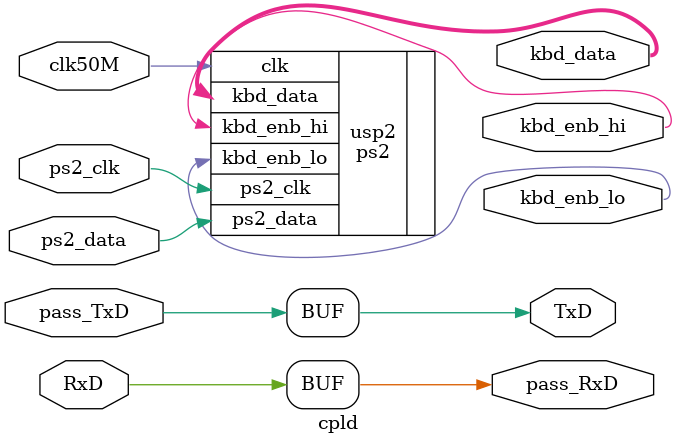
<source format=v>
/*
 * $File: cpld.v
 * $Date: Fri Dec 20 11:02:47 2013 +0800
 * $Author: jiakai <jia.kai66@gmail.com>
 */


module cpld(
	input clk50M,

	input pass_TxD,
	output pass_RxD,
	output TxD,
	input RxD,

	input ps2_clk,
	input ps2_data,
	output kbd_enb_hi,
	output kbd_enb_lo,
	output [3:0] kbd_data);

	assign TxD = pass_TxD;
	assign pass_RxD = RxD;

	ps2 usp2(.clk(clk50M),
		.ps2_clk(ps2_clk), .ps2_data(ps2_data),
		.kbd_enb_hi(kbd_enb_hi), .kbd_enb_lo(kbd_enb_lo),
		.kbd_data(kbd_data));

endmodule


</source>
